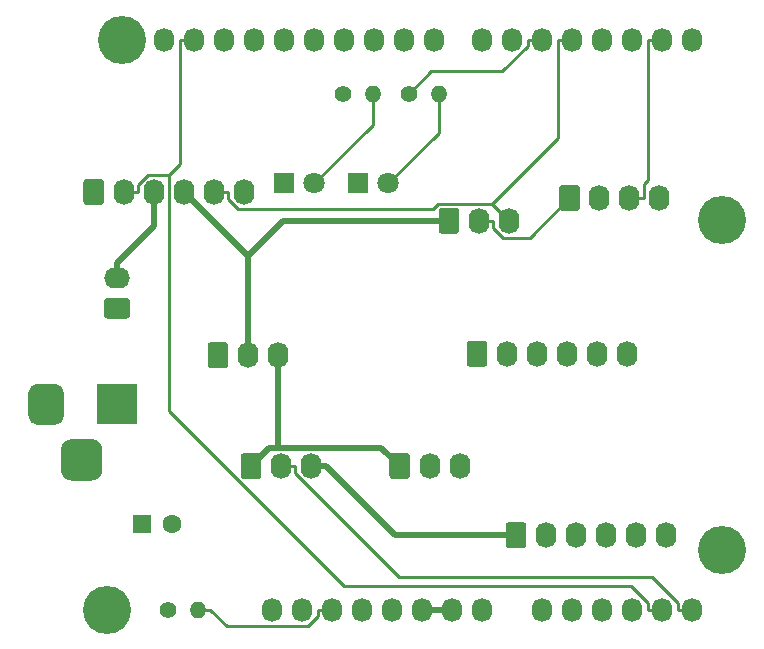
<source format=gbr>
G04 #@! TF.GenerationSoftware,KiCad,Pcbnew,(5.1.9-0-10_14)*
G04 #@! TF.CreationDate,2022-06-30T07:20:20+10:00*
G04 #@! TF.ProjectId,OH - Sim Control,4f48202d-2053-4696-9d20-436f6e74726f,rev?*
G04 #@! TF.SameCoordinates,Original*
G04 #@! TF.FileFunction,Copper,L1,Top*
G04 #@! TF.FilePolarity,Positive*
%FSLAX46Y46*%
G04 Gerber Fmt 4.6, Leading zero omitted, Abs format (unit mm)*
G04 Created by KiCad (PCBNEW (5.1.9-0-10_14)) date 2022-06-30 07:20:20*
%MOMM*%
%LPD*%
G01*
G04 APERTURE LIST*
G04 #@! TA.AperFunction,ComponentPad*
%ADD10O,1.740000X2.200000*%
G04 #@! TD*
G04 #@! TA.AperFunction,ComponentPad*
%ADD11O,2.200000X1.740000*%
G04 #@! TD*
G04 #@! TA.AperFunction,ComponentPad*
%ADD12C,1.400000*%
G04 #@! TD*
G04 #@! TA.AperFunction,ComponentPad*
%ADD13O,1.400000X1.400000*%
G04 #@! TD*
G04 #@! TA.AperFunction,ComponentPad*
%ADD14R,3.500000X3.500000*%
G04 #@! TD*
G04 #@! TA.AperFunction,ComponentPad*
%ADD15C,1.800000*%
G04 #@! TD*
G04 #@! TA.AperFunction,ComponentPad*
%ADD16R,1.800000X1.800000*%
G04 #@! TD*
G04 #@! TA.AperFunction,ComponentPad*
%ADD17R,1.600000X1.600000*%
G04 #@! TD*
G04 #@! TA.AperFunction,ComponentPad*
%ADD18C,1.600000*%
G04 #@! TD*
G04 #@! TA.AperFunction,ComponentPad*
%ADD19O,1.727200X2.032000*%
G04 #@! TD*
G04 #@! TA.AperFunction,ComponentPad*
%ADD20C,4.064000*%
G04 #@! TD*
G04 #@! TA.AperFunction,Conductor*
%ADD21C,0.250000*%
G04 #@! TD*
G04 #@! TA.AperFunction,Conductor*
%ADD22C,0.500000*%
G04 #@! TD*
G04 APERTURE END LIST*
D10*
X159004000Y-90906600D03*
X156464000Y-90906600D03*
G04 #@! TA.AperFunction,ComponentPad*
G36*
G01*
X153054000Y-91756601D02*
X153054000Y-90056599D01*
G75*
G02*
X153303999Y-89806600I249999J0D01*
G01*
X154544001Y-89806600D01*
G75*
G02*
X154794000Y-90056599I0J-249999D01*
G01*
X154794000Y-91756601D01*
G75*
G02*
X154544001Y-92006600I-249999J0D01*
G01*
X153303999Y-92006600D01*
G75*
G02*
X153054000Y-91756601I0J249999D01*
G01*
G37*
G04 #@! TD.AperFunction*
D11*
X125832000Y-95783400D03*
G04 #@! TA.AperFunction,ComponentPad*
G36*
G01*
X126682001Y-99193400D02*
X124981999Y-99193400D01*
G75*
G02*
X124732000Y-98943401I0J249999D01*
G01*
X124732000Y-97703399D01*
G75*
G02*
X124981999Y-97453400I249999J0D01*
G01*
X126682001Y-97453400D01*
G75*
G02*
X126932000Y-97703399I0J-249999D01*
G01*
X126932000Y-98943401D01*
G75*
G02*
X126682001Y-99193400I-249999J0D01*
G01*
G37*
G04 #@! TD.AperFunction*
D10*
X139446000Y-102286000D03*
X136906000Y-102286000D03*
G04 #@! TA.AperFunction,ComponentPad*
G36*
G01*
X133496000Y-103136001D02*
X133496000Y-101435999D01*
G75*
G02*
X133745999Y-101186000I249999J0D01*
G01*
X134986001Y-101186000D01*
G75*
G02*
X135236000Y-101435999I0J-249999D01*
G01*
X135236000Y-103136001D01*
G75*
G02*
X134986001Y-103386000I-249999J0D01*
G01*
X133745999Y-103386000D01*
G75*
G02*
X133496000Y-103136001I0J249999D01*
G01*
G37*
G04 #@! TD.AperFunction*
D12*
X130150000Y-123825000D03*
D13*
X132690000Y-123825000D03*
D12*
X144932000Y-80137000D03*
D13*
X147472000Y-80137000D03*
D12*
X150520000Y-80137000D03*
D13*
X153060000Y-80137000D03*
D10*
X136550000Y-88468200D03*
X134010000Y-88468200D03*
X131470000Y-88468200D03*
X128930000Y-88468200D03*
X126390000Y-88468200D03*
G04 #@! TA.AperFunction,ComponentPad*
G36*
G01*
X122980000Y-89318201D02*
X122980000Y-87618199D01*
G75*
G02*
X123229999Y-87368200I249999J0D01*
G01*
X124470001Y-87368200D01*
G75*
G02*
X124720000Y-87618199I0J-249999D01*
G01*
X124720000Y-89318201D01*
G75*
G02*
X124470001Y-89568200I-249999J0D01*
G01*
X123229999Y-89568200D01*
G75*
G02*
X122980000Y-89318201I0J249999D01*
G01*
G37*
G04 #@! TD.AperFunction*
X154838000Y-111683000D03*
X152298000Y-111683000D03*
G04 #@! TA.AperFunction,ComponentPad*
G36*
G01*
X148888000Y-112533001D02*
X148888000Y-110832999D01*
G75*
G02*
X149137999Y-110583000I249999J0D01*
G01*
X150378001Y-110583000D01*
G75*
G02*
X150628000Y-110832999I0J-249999D01*
G01*
X150628000Y-112533001D01*
G75*
G02*
X150378001Y-112783000I-249999J0D01*
G01*
X149137999Y-112783000D01*
G75*
G02*
X148888000Y-112533001I0J249999D01*
G01*
G37*
G04 #@! TD.AperFunction*
X172314000Y-117526000D03*
X169774000Y-117526000D03*
X167234000Y-117526000D03*
X164694000Y-117526000D03*
X162154000Y-117526000D03*
G04 #@! TA.AperFunction,ComponentPad*
G36*
G01*
X158744000Y-118376001D02*
X158744000Y-116675999D01*
G75*
G02*
X158993999Y-116426000I249999J0D01*
G01*
X160234001Y-116426000D01*
G75*
G02*
X160484000Y-116675999I0J-249999D01*
G01*
X160484000Y-118376001D01*
G75*
G02*
X160234001Y-118626000I-249999J0D01*
G01*
X158993999Y-118626000D01*
G75*
G02*
X158744000Y-118376001I0J249999D01*
G01*
G37*
G04 #@! TD.AperFunction*
X171755000Y-88976200D03*
X169215000Y-88976200D03*
X166675000Y-88976200D03*
G04 #@! TA.AperFunction,ComponentPad*
G36*
G01*
X163265000Y-89826201D02*
X163265000Y-88126199D01*
G75*
G02*
X163514999Y-87876200I249999J0D01*
G01*
X164755001Y-87876200D01*
G75*
G02*
X165005000Y-88126199I0J-249999D01*
G01*
X165005000Y-89826201D01*
G75*
G02*
X164755001Y-90076200I-249999J0D01*
G01*
X163514999Y-90076200D01*
G75*
G02*
X163265000Y-89826201I0J249999D01*
G01*
G37*
G04 #@! TD.AperFunction*
X169012000Y-102184000D03*
X166472000Y-102184000D03*
X163932000Y-102184000D03*
X161392000Y-102184000D03*
X158852000Y-102184000D03*
G04 #@! TA.AperFunction,ComponentPad*
G36*
G01*
X155442000Y-103034001D02*
X155442000Y-101333999D01*
G75*
G02*
X155691999Y-101084000I249999J0D01*
G01*
X156932001Y-101084000D01*
G75*
G02*
X157182000Y-101333999I0J-249999D01*
G01*
X157182000Y-103034001D01*
G75*
G02*
X156932001Y-103284000I-249999J0D01*
G01*
X155691999Y-103284000D01*
G75*
G02*
X155442000Y-103034001I0J249999D01*
G01*
G37*
G04 #@! TD.AperFunction*
X142240000Y-111683000D03*
X139700000Y-111683000D03*
G04 #@! TA.AperFunction,ComponentPad*
G36*
G01*
X136290000Y-112533001D02*
X136290000Y-110832999D01*
G75*
G02*
X136539999Y-110583000I249999J0D01*
G01*
X137780001Y-110583000D01*
G75*
G02*
X138030000Y-110832999I0J-249999D01*
G01*
X138030000Y-112533001D01*
G75*
G02*
X137780001Y-112783000I-249999J0D01*
G01*
X136539999Y-112783000D01*
G75*
G02*
X136290000Y-112533001I0J249999D01*
G01*
G37*
G04 #@! TD.AperFunction*
G04 #@! TA.AperFunction,ComponentPad*
G36*
G01*
X121082000Y-112026000D02*
X121082000Y-110276000D01*
G75*
G02*
X121957000Y-109401000I875000J0D01*
G01*
X123707000Y-109401000D01*
G75*
G02*
X124582000Y-110276000I0J-875000D01*
G01*
X124582000Y-112026000D01*
G75*
G02*
X123707000Y-112901000I-875000J0D01*
G01*
X121957000Y-112901000D01*
G75*
G02*
X121082000Y-112026000I0J875000D01*
G01*
G37*
G04 #@! TD.AperFunction*
G04 #@! TA.AperFunction,ComponentPad*
G36*
G01*
X118332000Y-107451000D02*
X118332000Y-105451000D01*
G75*
G02*
X119082000Y-104701000I750000J0D01*
G01*
X120582000Y-104701000D01*
G75*
G02*
X121332000Y-105451000I0J-750000D01*
G01*
X121332000Y-107451000D01*
G75*
G02*
X120582000Y-108201000I-750000J0D01*
G01*
X119082000Y-108201000D01*
G75*
G02*
X118332000Y-107451000I0J750000D01*
G01*
G37*
G04 #@! TD.AperFunction*
D14*
X125832000Y-106451000D03*
D15*
X142545000Y-87706200D03*
D16*
X140005000Y-87706200D03*
D15*
X148793000Y-87706200D03*
D16*
X146253000Y-87706200D03*
D17*
X127965000Y-116561000D03*
D18*
X130465000Y-116561000D03*
D19*
X138938000Y-123825000D03*
X141478000Y-123825000D03*
X144018000Y-123825000D03*
X146558000Y-123825000D03*
X149098000Y-123825000D03*
X151638000Y-123825000D03*
X154178000Y-123825000D03*
X156718000Y-123825000D03*
X161798000Y-123825000D03*
X164338000Y-123825000D03*
X166878000Y-123825000D03*
X169418000Y-123825000D03*
X171958000Y-123825000D03*
X174498000Y-123825000D03*
X129794000Y-75565000D03*
X132334000Y-75565000D03*
X134874000Y-75565000D03*
X137414000Y-75565000D03*
X139954000Y-75565000D03*
X142494000Y-75565000D03*
X145034000Y-75565000D03*
X147574000Y-75565000D03*
X150114000Y-75565000D03*
X152654000Y-75565000D03*
X156718000Y-75565000D03*
X159258000Y-75565000D03*
X161798000Y-75565000D03*
X164338000Y-75565000D03*
X166878000Y-75565000D03*
X169418000Y-75565000D03*
X171958000Y-75565000D03*
X174498000Y-75565000D03*
D20*
X124968000Y-123825000D03*
X177038000Y-118745000D03*
X126238000Y-75565000D03*
X177038000Y-90805000D03*
D21*
X132690000Y-123825000D02*
X133715300Y-123825000D01*
X144018000Y-123825000D02*
X142829100Y-123825000D01*
X142829100Y-123825000D02*
X142829100Y-124345100D01*
X142829100Y-124345100D02*
X141960400Y-125213800D01*
X141960400Y-125213800D02*
X135104100Y-125213800D01*
X135104100Y-125213800D02*
X133715300Y-123825000D01*
D22*
X139446000Y-110113900D02*
X138729100Y-110113900D01*
X138729100Y-110113900D02*
X137160000Y-111683000D01*
X149758000Y-111683000D02*
X148188900Y-110113900D01*
X148188900Y-110113900D02*
X139446000Y-110113900D01*
X139446000Y-110113900D02*
X139446000Y-102286000D01*
X125832000Y-95783400D02*
X125832000Y-94463100D01*
X128930000Y-88468200D02*
X128930000Y-91365100D01*
X128930000Y-91365100D02*
X125832000Y-94463100D01*
X142240000Y-111683000D02*
X143560300Y-111683000D01*
X159614000Y-117526000D02*
X149403300Y-117526000D01*
X149403300Y-117526000D02*
X143560300Y-111683000D01*
X154178000Y-123825000D02*
X151638000Y-123825000D01*
D21*
X130200000Y-87032600D02*
X130200000Y-107011900D01*
X130200000Y-107011900D02*
X145047000Y-121858900D01*
X145047000Y-121858900D02*
X169323100Y-121858900D01*
X169323100Y-121858900D02*
X170769100Y-123304900D01*
X170769100Y-123304900D02*
X170769100Y-123825000D01*
X131145100Y-75565000D02*
X131145100Y-86087500D01*
X131145100Y-86087500D02*
X130200000Y-87032600D01*
X130200000Y-87032600D02*
X128423300Y-87032600D01*
X128423300Y-87032600D02*
X127585300Y-87870600D01*
X127585300Y-87870600D02*
X127585300Y-88468200D01*
X171958000Y-123825000D02*
X170769100Y-123825000D01*
X126390000Y-88468200D02*
X127585300Y-88468200D01*
X132334000Y-75565000D02*
X131145100Y-75565000D01*
X174498000Y-123825000D02*
X173309100Y-123825000D01*
X139700000Y-111683000D02*
X140895300Y-111683000D01*
X140895300Y-111683000D02*
X140895300Y-112280600D01*
X140895300Y-112280600D02*
X149717100Y-121102400D01*
X149717100Y-121102400D02*
X171106600Y-121102400D01*
X171106600Y-121102400D02*
X173309100Y-123304900D01*
X173309100Y-123304900D02*
X173309100Y-123825000D01*
X161798000Y-75565000D02*
X160609100Y-75565000D01*
X160609100Y-75565000D02*
X160609100Y-76085100D01*
X160609100Y-76085100D02*
X158450900Y-78243300D01*
X158450900Y-78243300D02*
X152413700Y-78243300D01*
X152413700Y-78243300D02*
X150520000Y-80137000D01*
X169215000Y-88976200D02*
X170410300Y-88976200D01*
X171958000Y-75565000D02*
X170769100Y-75565000D01*
X170769100Y-75565000D02*
X170769100Y-87422100D01*
X170769100Y-87422100D02*
X170410300Y-87780900D01*
X170410300Y-87780900D02*
X170410300Y-88976200D01*
X148793000Y-87706200D02*
X153060000Y-83439200D01*
X153060000Y-83439200D02*
X153060000Y-80137000D01*
X142545000Y-87706200D02*
X147472000Y-82779200D01*
X147472000Y-82779200D02*
X147472000Y-80137000D01*
D22*
X136906000Y-93904200D02*
X136906000Y-102286000D01*
X131470000Y-88468200D02*
X136906000Y-93904200D01*
X153924000Y-90906600D02*
X139903600Y-90906600D01*
X139903600Y-90906600D02*
X136906000Y-93904200D01*
D21*
X156464000Y-90906600D02*
X157659300Y-90906600D01*
X164135000Y-88976200D02*
X160755100Y-92356100D01*
X160755100Y-92356100D02*
X158511100Y-92356100D01*
X158511100Y-92356100D02*
X157659300Y-91504300D01*
X157659300Y-91504300D02*
X157659300Y-90906600D01*
X164338000Y-75565000D02*
X163149100Y-75565000D01*
X157556700Y-89459300D02*
X159004000Y-90906600D01*
X135205300Y-88468200D02*
X135205300Y-89065800D01*
X135205300Y-89065800D02*
X136033300Y-89893800D01*
X136033300Y-89893800D02*
X152569300Y-89893800D01*
X152569300Y-89893800D02*
X153003800Y-89459300D01*
X153003800Y-89459300D02*
X157556700Y-89459300D01*
X163149100Y-75565000D02*
X163149100Y-83866900D01*
X163149100Y-83866900D02*
X157556700Y-89459300D01*
X134010000Y-88468200D02*
X135205300Y-88468200D01*
M02*

</source>
